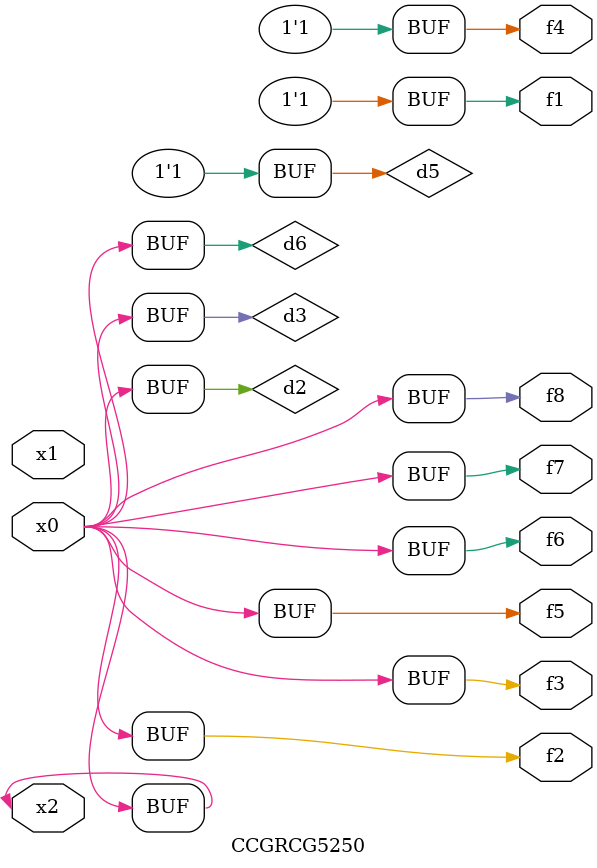
<source format=v>
module CCGRCG5250(
	input x0, x1, x2,
	output f1, f2, f3, f4, f5, f6, f7, f8
);

	wire d1, d2, d3, d4, d5, d6;

	xnor (d1, x2);
	buf (d2, x0, x2);
	and (d3, x0);
	xnor (d4, x1, x2);
	nand (d5, d1, d3);
	buf (d6, d2, d3);
	assign f1 = d5;
	assign f2 = d6;
	assign f3 = d6;
	assign f4 = d5;
	assign f5 = d6;
	assign f6 = d6;
	assign f7 = d6;
	assign f8 = d6;
endmodule

</source>
